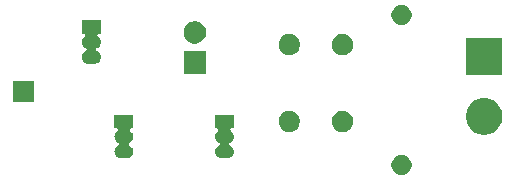
<source format=gbr>
G04 #@! TF.GenerationSoftware,KiCad,Pcbnew,(5.1.5)-3*
G04 #@! TF.CreationDate,2020-11-04T23:27:45+03:00*
G04 #@! TF.ProjectId,non contact ac tester,6e6f6e20-636f-46e7-9461-637420616320,rev?*
G04 #@! TF.SameCoordinates,Original*
G04 #@! TF.FileFunction,Soldermask,Bot*
G04 #@! TF.FilePolarity,Negative*
%FSLAX46Y46*%
G04 Gerber Fmt 4.6, Leading zero omitted, Abs format (unit mm)*
G04 Created by KiCad (PCBNEW (5.1.5)-3) date 2020-11-04 23:27:45*
%MOMM*%
%LPD*%
G04 APERTURE LIST*
%ADD10C,0.100000*%
G04 APERTURE END LIST*
D10*
G36*
X93748228Y-81881703D02*
G01*
X93903100Y-81945853D01*
X94042481Y-82038985D01*
X94161015Y-82157519D01*
X94254147Y-82296900D01*
X94318297Y-82451772D01*
X94351000Y-82616184D01*
X94351000Y-82783816D01*
X94318297Y-82948228D01*
X94254147Y-83103100D01*
X94161015Y-83242481D01*
X94042481Y-83361015D01*
X93903100Y-83454147D01*
X93748228Y-83518297D01*
X93583816Y-83551000D01*
X93416184Y-83551000D01*
X93251772Y-83518297D01*
X93096900Y-83454147D01*
X92957519Y-83361015D01*
X92838985Y-83242481D01*
X92745853Y-83103100D01*
X92681703Y-82948228D01*
X92649000Y-82783816D01*
X92649000Y-82616184D01*
X92681703Y-82451772D01*
X92745853Y-82296900D01*
X92838985Y-82157519D01*
X92957519Y-82038985D01*
X93096900Y-81945853D01*
X93251772Y-81881703D01*
X93416184Y-81849000D01*
X93583816Y-81849000D01*
X93748228Y-81881703D01*
G37*
G36*
X79301000Y-79576000D02*
G01*
X79136660Y-79576000D01*
X79112274Y-79578402D01*
X79088825Y-79585515D01*
X79067214Y-79597066D01*
X79048272Y-79612611D01*
X79032727Y-79631553D01*
X79021176Y-79653164D01*
X79014063Y-79676613D01*
X79011661Y-79700999D01*
X79014063Y-79725385D01*
X79021176Y-79748834D01*
X79032727Y-79770445D01*
X79048272Y-79789387D01*
X79057345Y-79797609D01*
X79134264Y-79860736D01*
X79206244Y-79948443D01*
X79240429Y-80012399D01*
X79259728Y-80048505D01*
X79259729Y-80048508D01*
X79292666Y-80157084D01*
X79303787Y-80270000D01*
X79292666Y-80382916D01*
X79259729Y-80491492D01*
X79259728Y-80491495D01*
X79240429Y-80527601D01*
X79206244Y-80591557D01*
X79134264Y-80679264D01*
X79046557Y-80751244D01*
X78965141Y-80794761D01*
X78944766Y-80808375D01*
X78927439Y-80825702D01*
X78913826Y-80846076D01*
X78904448Y-80868715D01*
X78899668Y-80892748D01*
X78899668Y-80917252D01*
X78904448Y-80941285D01*
X78913826Y-80963924D01*
X78927440Y-80984299D01*
X78944767Y-81001626D01*
X78965141Y-81015239D01*
X79046557Y-81058756D01*
X79134264Y-81130736D01*
X79206244Y-81218443D01*
X79240429Y-81282399D01*
X79259728Y-81318505D01*
X79259729Y-81318508D01*
X79292666Y-81427084D01*
X79303787Y-81540000D01*
X79292666Y-81652916D01*
X79259729Y-81761492D01*
X79259728Y-81761495D01*
X79240429Y-81797601D01*
X79206244Y-81861557D01*
X79134264Y-81949264D01*
X79046557Y-82021244D01*
X78982601Y-82055429D01*
X78946495Y-82074728D01*
X78946492Y-82074729D01*
X78837916Y-82107666D01*
X78753298Y-82116000D01*
X78246702Y-82116000D01*
X78162084Y-82107666D01*
X78053508Y-82074729D01*
X78053505Y-82074728D01*
X78017399Y-82055429D01*
X77953443Y-82021244D01*
X77865736Y-81949264D01*
X77793756Y-81861557D01*
X77759571Y-81797601D01*
X77740272Y-81761495D01*
X77740271Y-81761492D01*
X77707334Y-81652916D01*
X77696213Y-81540000D01*
X77707334Y-81427084D01*
X77740271Y-81318508D01*
X77740272Y-81318505D01*
X77759571Y-81282399D01*
X77793756Y-81218443D01*
X77865736Y-81130736D01*
X77953443Y-81058756D01*
X78034859Y-81015239D01*
X78055234Y-81001625D01*
X78072561Y-80984298D01*
X78086174Y-80963924D01*
X78095552Y-80941285D01*
X78100332Y-80917252D01*
X78100332Y-80892748D01*
X78095552Y-80868715D01*
X78086174Y-80846076D01*
X78072560Y-80825701D01*
X78055233Y-80808374D01*
X78034859Y-80794761D01*
X77953443Y-80751244D01*
X77865736Y-80679264D01*
X77793756Y-80591557D01*
X77759571Y-80527601D01*
X77740272Y-80491495D01*
X77740271Y-80491492D01*
X77707334Y-80382916D01*
X77696213Y-80270000D01*
X77707334Y-80157084D01*
X77740271Y-80048508D01*
X77740272Y-80048505D01*
X77759571Y-80012399D01*
X77793756Y-79948443D01*
X77865736Y-79860736D01*
X77942646Y-79797617D01*
X77959965Y-79780298D01*
X77973579Y-79759923D01*
X77982957Y-79737284D01*
X77987737Y-79713251D01*
X77987737Y-79688747D01*
X77982957Y-79664714D01*
X77973579Y-79642075D01*
X77959966Y-79621701D01*
X77942639Y-79604374D01*
X77922264Y-79590760D01*
X77899625Y-79581382D01*
X77875592Y-79576602D01*
X77863340Y-79576000D01*
X77699000Y-79576000D01*
X77699000Y-78424000D01*
X79301000Y-78424000D01*
X79301000Y-79576000D01*
G37*
G36*
X70801000Y-79576000D02*
G01*
X70636660Y-79576000D01*
X70612274Y-79578402D01*
X70588825Y-79585515D01*
X70567214Y-79597066D01*
X70548272Y-79612611D01*
X70532727Y-79631553D01*
X70521176Y-79653164D01*
X70514063Y-79676613D01*
X70511661Y-79700999D01*
X70514063Y-79725385D01*
X70521176Y-79748834D01*
X70532727Y-79770445D01*
X70548272Y-79789387D01*
X70557345Y-79797609D01*
X70634264Y-79860736D01*
X70706244Y-79948443D01*
X70740429Y-80012399D01*
X70759728Y-80048505D01*
X70759729Y-80048508D01*
X70792666Y-80157084D01*
X70803787Y-80270000D01*
X70792666Y-80382916D01*
X70759729Y-80491492D01*
X70759728Y-80491495D01*
X70740429Y-80527601D01*
X70706244Y-80591557D01*
X70634264Y-80679264D01*
X70546557Y-80751244D01*
X70465141Y-80794761D01*
X70444766Y-80808375D01*
X70427439Y-80825702D01*
X70413826Y-80846076D01*
X70404448Y-80868715D01*
X70399668Y-80892748D01*
X70399668Y-80917252D01*
X70404448Y-80941285D01*
X70413826Y-80963924D01*
X70427440Y-80984299D01*
X70444767Y-81001626D01*
X70465141Y-81015239D01*
X70546557Y-81058756D01*
X70634264Y-81130736D01*
X70706244Y-81218443D01*
X70740429Y-81282399D01*
X70759728Y-81318505D01*
X70759729Y-81318508D01*
X70792666Y-81427084D01*
X70803787Y-81540000D01*
X70792666Y-81652916D01*
X70759729Y-81761492D01*
X70759728Y-81761495D01*
X70740429Y-81797601D01*
X70706244Y-81861557D01*
X70634264Y-81949264D01*
X70546557Y-82021244D01*
X70482601Y-82055429D01*
X70446495Y-82074728D01*
X70446492Y-82074729D01*
X70337916Y-82107666D01*
X70253298Y-82116000D01*
X69746702Y-82116000D01*
X69662084Y-82107666D01*
X69553508Y-82074729D01*
X69553505Y-82074728D01*
X69517399Y-82055429D01*
X69453443Y-82021244D01*
X69365736Y-81949264D01*
X69293756Y-81861557D01*
X69259571Y-81797601D01*
X69240272Y-81761495D01*
X69240271Y-81761492D01*
X69207334Y-81652916D01*
X69196213Y-81540000D01*
X69207334Y-81427084D01*
X69240271Y-81318508D01*
X69240272Y-81318505D01*
X69259571Y-81282399D01*
X69293756Y-81218443D01*
X69365736Y-81130736D01*
X69453443Y-81058756D01*
X69534859Y-81015239D01*
X69555234Y-81001625D01*
X69572561Y-80984298D01*
X69586174Y-80963924D01*
X69595552Y-80941285D01*
X69600332Y-80917252D01*
X69600332Y-80892748D01*
X69595552Y-80868715D01*
X69586174Y-80846076D01*
X69572560Y-80825701D01*
X69555233Y-80808374D01*
X69534859Y-80794761D01*
X69453443Y-80751244D01*
X69365736Y-80679264D01*
X69293756Y-80591557D01*
X69259571Y-80527601D01*
X69240272Y-80491495D01*
X69240271Y-80491492D01*
X69207334Y-80382916D01*
X69196213Y-80270000D01*
X69207334Y-80157084D01*
X69240271Y-80048508D01*
X69240272Y-80048505D01*
X69259571Y-80012399D01*
X69293756Y-79948443D01*
X69365736Y-79860736D01*
X69442646Y-79797617D01*
X69459965Y-79780298D01*
X69473579Y-79759923D01*
X69482957Y-79737284D01*
X69487737Y-79713251D01*
X69487737Y-79688747D01*
X69482957Y-79664714D01*
X69473579Y-79642075D01*
X69459966Y-79621701D01*
X69442639Y-79604374D01*
X69422264Y-79590760D01*
X69399625Y-79581382D01*
X69375592Y-79576602D01*
X69363340Y-79576000D01*
X69199000Y-79576000D01*
X69199000Y-78424000D01*
X70801000Y-78424000D01*
X70801000Y-79576000D01*
G37*
G36*
X100802585Y-77058802D02*
G01*
X100952410Y-77088604D01*
X101234674Y-77205521D01*
X101488705Y-77375259D01*
X101704741Y-77591295D01*
X101874479Y-77845326D01*
X101991396Y-78127590D01*
X102051000Y-78427240D01*
X102051000Y-78732760D01*
X101991396Y-79032410D01*
X101874479Y-79314674D01*
X101704741Y-79568705D01*
X101488705Y-79784741D01*
X101234674Y-79954479D01*
X100952410Y-80071396D01*
X100802585Y-80101198D01*
X100652761Y-80131000D01*
X100347239Y-80131000D01*
X100197415Y-80101198D01*
X100047590Y-80071396D01*
X99765326Y-79954479D01*
X99511295Y-79784741D01*
X99295259Y-79568705D01*
X99125521Y-79314674D01*
X99008604Y-79032410D01*
X98949000Y-78732760D01*
X98949000Y-78427240D01*
X99008604Y-78127590D01*
X99125521Y-77845326D01*
X99295259Y-77591295D01*
X99511295Y-77375259D01*
X99765326Y-77205521D01*
X100047590Y-77088604D01*
X100197415Y-77058802D01*
X100347239Y-77029000D01*
X100652761Y-77029000D01*
X100802585Y-77058802D01*
G37*
G36*
X84113512Y-78103927D02*
G01*
X84262812Y-78133624D01*
X84426784Y-78201544D01*
X84574354Y-78300147D01*
X84699853Y-78425646D01*
X84798456Y-78573216D01*
X84866376Y-78737188D01*
X84901000Y-78911259D01*
X84901000Y-79088741D01*
X84866376Y-79262812D01*
X84798456Y-79426784D01*
X84699853Y-79574354D01*
X84574354Y-79699853D01*
X84426784Y-79798456D01*
X84262812Y-79866376D01*
X84113512Y-79896073D01*
X84088742Y-79901000D01*
X83911258Y-79901000D01*
X83886488Y-79896073D01*
X83737188Y-79866376D01*
X83573216Y-79798456D01*
X83425646Y-79699853D01*
X83300147Y-79574354D01*
X83201544Y-79426784D01*
X83133624Y-79262812D01*
X83099000Y-79088741D01*
X83099000Y-78911259D01*
X83133624Y-78737188D01*
X83201544Y-78573216D01*
X83300147Y-78425646D01*
X83425646Y-78300147D01*
X83573216Y-78201544D01*
X83737188Y-78133624D01*
X83886488Y-78103927D01*
X83911258Y-78099000D01*
X84088742Y-78099000D01*
X84113512Y-78103927D01*
G37*
G36*
X88613512Y-78103927D02*
G01*
X88762812Y-78133624D01*
X88926784Y-78201544D01*
X89074354Y-78300147D01*
X89199853Y-78425646D01*
X89298456Y-78573216D01*
X89366376Y-78737188D01*
X89401000Y-78911259D01*
X89401000Y-79088741D01*
X89366376Y-79262812D01*
X89298456Y-79426784D01*
X89199853Y-79574354D01*
X89074354Y-79699853D01*
X88926784Y-79798456D01*
X88762812Y-79866376D01*
X88613512Y-79896073D01*
X88588742Y-79901000D01*
X88411258Y-79901000D01*
X88386488Y-79896073D01*
X88237188Y-79866376D01*
X88073216Y-79798456D01*
X87925646Y-79699853D01*
X87800147Y-79574354D01*
X87701544Y-79426784D01*
X87633624Y-79262812D01*
X87599000Y-79088741D01*
X87599000Y-78911259D01*
X87633624Y-78737188D01*
X87701544Y-78573216D01*
X87800147Y-78425646D01*
X87925646Y-78300147D01*
X88073216Y-78201544D01*
X88237188Y-78133624D01*
X88386488Y-78103927D01*
X88411258Y-78099000D01*
X88588742Y-78099000D01*
X88613512Y-78103927D01*
G37*
G36*
X62401000Y-77401000D02*
G01*
X60599000Y-77401000D01*
X60599000Y-75599000D01*
X62401000Y-75599000D01*
X62401000Y-77401000D01*
G37*
G36*
X102051000Y-75051000D02*
G01*
X98949000Y-75051000D01*
X98949000Y-71949000D01*
X102051000Y-71949000D01*
X102051000Y-75051000D01*
G37*
G36*
X76951000Y-74951000D02*
G01*
X75049000Y-74951000D01*
X75049000Y-73049000D01*
X76951000Y-73049000D01*
X76951000Y-74951000D01*
G37*
G36*
X68051000Y-71576000D02*
G01*
X67886660Y-71576000D01*
X67862274Y-71578402D01*
X67838825Y-71585515D01*
X67817214Y-71597066D01*
X67798272Y-71612611D01*
X67782727Y-71631553D01*
X67771176Y-71653164D01*
X67764063Y-71676613D01*
X67761661Y-71700999D01*
X67764063Y-71725385D01*
X67771176Y-71748834D01*
X67782727Y-71770445D01*
X67798272Y-71789387D01*
X67807345Y-71797609D01*
X67884264Y-71860736D01*
X67956244Y-71948443D01*
X67990429Y-72012399D01*
X68009728Y-72048505D01*
X68009729Y-72048508D01*
X68042666Y-72157084D01*
X68053787Y-72270000D01*
X68042666Y-72382916D01*
X68009729Y-72491492D01*
X68009728Y-72491495D01*
X67990429Y-72527601D01*
X67956244Y-72591557D01*
X67884264Y-72679264D01*
X67796557Y-72751244D01*
X67715141Y-72794761D01*
X67694766Y-72808375D01*
X67677439Y-72825702D01*
X67663826Y-72846076D01*
X67654448Y-72868715D01*
X67649668Y-72892748D01*
X67649668Y-72917252D01*
X67654448Y-72941285D01*
X67663826Y-72963924D01*
X67677440Y-72984299D01*
X67694767Y-73001626D01*
X67715141Y-73015239D01*
X67796557Y-73058756D01*
X67884264Y-73130736D01*
X67956244Y-73218443D01*
X67990429Y-73282399D01*
X68009728Y-73318505D01*
X68009729Y-73318508D01*
X68042666Y-73427084D01*
X68053787Y-73540000D01*
X68042666Y-73652916D01*
X68009729Y-73761492D01*
X68009728Y-73761495D01*
X67990429Y-73797601D01*
X67956244Y-73861557D01*
X67884264Y-73949264D01*
X67796557Y-74021244D01*
X67732601Y-74055429D01*
X67696495Y-74074728D01*
X67696492Y-74074729D01*
X67587916Y-74107666D01*
X67503298Y-74116000D01*
X66996702Y-74116000D01*
X66912084Y-74107666D01*
X66803508Y-74074729D01*
X66803505Y-74074728D01*
X66767399Y-74055429D01*
X66703443Y-74021244D01*
X66615736Y-73949264D01*
X66543756Y-73861557D01*
X66509571Y-73797601D01*
X66490272Y-73761495D01*
X66490271Y-73761492D01*
X66457334Y-73652916D01*
X66446213Y-73540000D01*
X66457334Y-73427084D01*
X66490271Y-73318508D01*
X66490272Y-73318505D01*
X66509571Y-73282399D01*
X66543756Y-73218443D01*
X66615736Y-73130736D01*
X66703443Y-73058756D01*
X66784859Y-73015239D01*
X66805234Y-73001625D01*
X66822561Y-72984298D01*
X66836174Y-72963924D01*
X66845552Y-72941285D01*
X66850332Y-72917252D01*
X66850332Y-72892748D01*
X66845552Y-72868715D01*
X66836174Y-72846076D01*
X66822560Y-72825701D01*
X66805233Y-72808374D01*
X66784859Y-72794761D01*
X66703443Y-72751244D01*
X66615736Y-72679264D01*
X66543756Y-72591557D01*
X66509571Y-72527601D01*
X66490272Y-72491495D01*
X66490271Y-72491492D01*
X66457334Y-72382916D01*
X66446213Y-72270000D01*
X66457334Y-72157084D01*
X66490271Y-72048508D01*
X66490272Y-72048505D01*
X66509571Y-72012399D01*
X66543756Y-71948443D01*
X66615736Y-71860736D01*
X66692646Y-71797617D01*
X66709965Y-71780298D01*
X66723579Y-71759923D01*
X66732957Y-71737284D01*
X66737737Y-71713251D01*
X66737737Y-71688747D01*
X66732957Y-71664714D01*
X66723579Y-71642075D01*
X66709966Y-71621701D01*
X66692639Y-71604374D01*
X66672264Y-71590760D01*
X66649625Y-71581382D01*
X66625592Y-71576602D01*
X66613340Y-71576000D01*
X66449000Y-71576000D01*
X66449000Y-70424000D01*
X68051000Y-70424000D01*
X68051000Y-71576000D01*
G37*
G36*
X88613512Y-71603927D02*
G01*
X88762812Y-71633624D01*
X88926784Y-71701544D01*
X89074354Y-71800147D01*
X89199853Y-71925646D01*
X89298456Y-72073216D01*
X89366376Y-72237188D01*
X89393679Y-72374453D01*
X89400949Y-72411000D01*
X89401000Y-72411259D01*
X89401000Y-72588741D01*
X89366376Y-72762812D01*
X89298456Y-72926784D01*
X89199853Y-73074354D01*
X89074354Y-73199853D01*
X88926784Y-73298456D01*
X88762812Y-73366376D01*
X88613512Y-73396073D01*
X88588742Y-73401000D01*
X88411258Y-73401000D01*
X88386488Y-73396073D01*
X88237188Y-73366376D01*
X88073216Y-73298456D01*
X87925646Y-73199853D01*
X87800147Y-73074354D01*
X87701544Y-72926784D01*
X87633624Y-72762812D01*
X87599000Y-72588741D01*
X87599000Y-72411259D01*
X87599052Y-72411000D01*
X87606321Y-72374453D01*
X87633624Y-72237188D01*
X87701544Y-72073216D01*
X87800147Y-71925646D01*
X87925646Y-71800147D01*
X88073216Y-71701544D01*
X88237188Y-71633624D01*
X88386488Y-71603927D01*
X88411258Y-71599000D01*
X88588742Y-71599000D01*
X88613512Y-71603927D01*
G37*
G36*
X84113512Y-71603927D02*
G01*
X84262812Y-71633624D01*
X84426784Y-71701544D01*
X84574354Y-71800147D01*
X84699853Y-71925646D01*
X84798456Y-72073216D01*
X84866376Y-72237188D01*
X84893679Y-72374453D01*
X84900949Y-72411000D01*
X84901000Y-72411259D01*
X84901000Y-72588741D01*
X84866376Y-72762812D01*
X84798456Y-72926784D01*
X84699853Y-73074354D01*
X84574354Y-73199853D01*
X84426784Y-73298456D01*
X84262812Y-73366376D01*
X84113512Y-73396073D01*
X84088742Y-73401000D01*
X83911258Y-73401000D01*
X83886488Y-73396073D01*
X83737188Y-73366376D01*
X83573216Y-73298456D01*
X83425646Y-73199853D01*
X83300147Y-73074354D01*
X83201544Y-72926784D01*
X83133624Y-72762812D01*
X83099000Y-72588741D01*
X83099000Y-72411259D01*
X83099052Y-72411000D01*
X83106321Y-72374453D01*
X83133624Y-72237188D01*
X83201544Y-72073216D01*
X83300147Y-71925646D01*
X83425646Y-71800147D01*
X83573216Y-71701544D01*
X83737188Y-71633624D01*
X83886488Y-71603927D01*
X83911258Y-71599000D01*
X84088742Y-71599000D01*
X84113512Y-71603927D01*
G37*
G36*
X76277395Y-70545546D02*
G01*
X76450466Y-70617234D01*
X76450467Y-70617235D01*
X76606227Y-70721310D01*
X76738690Y-70853773D01*
X76738691Y-70853775D01*
X76842766Y-71009534D01*
X76914454Y-71182605D01*
X76951000Y-71366333D01*
X76951000Y-71553667D01*
X76914454Y-71737395D01*
X76842766Y-71910466D01*
X76817389Y-71948445D01*
X76738690Y-72066227D01*
X76606227Y-72198690D01*
X76548610Y-72237188D01*
X76450466Y-72302766D01*
X76277395Y-72374454D01*
X76093667Y-72411000D01*
X75906333Y-72411000D01*
X75722605Y-72374454D01*
X75549534Y-72302766D01*
X75451390Y-72237188D01*
X75393773Y-72198690D01*
X75261310Y-72066227D01*
X75182611Y-71948445D01*
X75157234Y-71910466D01*
X75085546Y-71737395D01*
X75049000Y-71553667D01*
X75049000Y-71366333D01*
X75085546Y-71182605D01*
X75157234Y-71009534D01*
X75261309Y-70853775D01*
X75261310Y-70853773D01*
X75393773Y-70721310D01*
X75549533Y-70617235D01*
X75549534Y-70617234D01*
X75722605Y-70545546D01*
X75906333Y-70509000D01*
X76093667Y-70509000D01*
X76277395Y-70545546D01*
G37*
G36*
X93748228Y-69181703D02*
G01*
X93903100Y-69245853D01*
X94042481Y-69338985D01*
X94161015Y-69457519D01*
X94254147Y-69596900D01*
X94318297Y-69751772D01*
X94351000Y-69916184D01*
X94351000Y-70083816D01*
X94318297Y-70248228D01*
X94254147Y-70403100D01*
X94161015Y-70542481D01*
X94042481Y-70661015D01*
X93903100Y-70754147D01*
X93748228Y-70818297D01*
X93583816Y-70851000D01*
X93416184Y-70851000D01*
X93251772Y-70818297D01*
X93096900Y-70754147D01*
X92957519Y-70661015D01*
X92838985Y-70542481D01*
X92745853Y-70403100D01*
X92681703Y-70248228D01*
X92649000Y-70083816D01*
X92649000Y-69916184D01*
X92681703Y-69751772D01*
X92745853Y-69596900D01*
X92838985Y-69457519D01*
X92957519Y-69338985D01*
X93096900Y-69245853D01*
X93251772Y-69181703D01*
X93416184Y-69149000D01*
X93583816Y-69149000D01*
X93748228Y-69181703D01*
G37*
M02*

</source>
